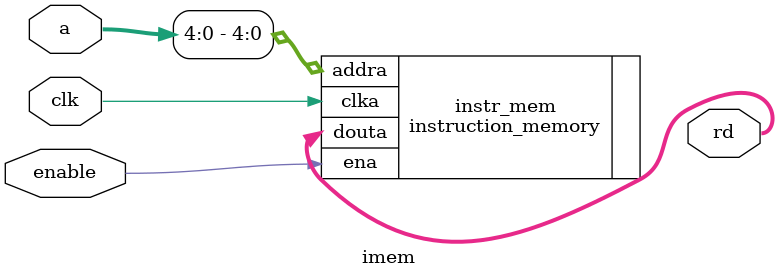
<source format=sv>

module imem (
            input logic clk,
            input logic enable,
            input logic [31:0] a,
            output logic [31:0] rd
    );

    instruction_memory instr_mem (
        .clka(clk),
        .ena(enable),
        .addra(a[4:0]),
        .douta(rd)
    );

endmodule // Instruction memory
</source>
